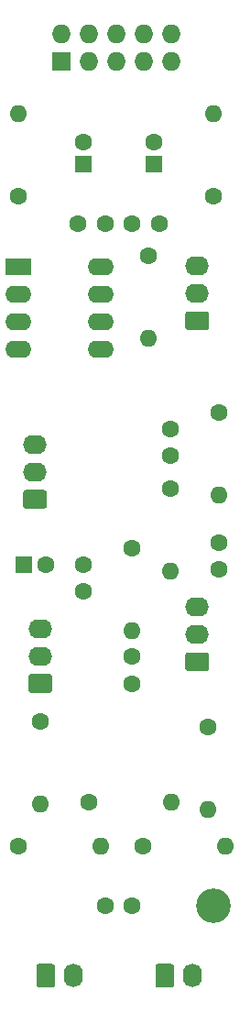
<source format=gbr>
%TF.GenerationSoftware,KiCad,Pcbnew,(5.1.8-0-10_14)*%
%TF.CreationDate,2021-07-20T21:01:28-04:00*%
%TF.ProjectId,fzeq,667a6571-2e6b-4696-9361-645f70636258,rev?*%
%TF.SameCoordinates,Original*%
%TF.FileFunction,Soldermask,Bot*%
%TF.FilePolarity,Negative*%
%FSLAX46Y46*%
G04 Gerber Fmt 4.6, Leading zero omitted, Abs format (unit mm)*
G04 Created by KiCad (PCBNEW (5.1.8-0-10_14)) date 2021-07-20 21:01:28*
%MOMM*%
%LPD*%
G01*
G04 APERTURE LIST*
%ADD10C,1.600000*%
%ADD11O,1.600000X1.600000*%
%ADD12R,1.600000X1.600000*%
%ADD13O,2.200000X1.740000*%
%ADD14C,3.200000*%
%ADD15R,1.727200X1.727200*%
%ADD16O,1.727200X1.727200*%
%ADD17O,1.740000X2.200000*%
%ADD18R,2.400000X1.600000*%
%ADD19O,2.400000X1.600000*%
G04 APERTURE END LIST*
D10*
%TO.C,FB2*%
X71500000Y-70000000D03*
D11*
X71500000Y-62380000D03*
%TD*%
D12*
%TO.C,C8*%
X54000000Y-104000000D03*
D10*
X56000000Y-104000000D03*
%TD*%
%TO.C,C1*%
X61500000Y-135500000D03*
X64000000Y-135500000D03*
%TD*%
%TO.C,C2*%
X59500000Y-65000000D03*
D12*
X59500000Y-67000000D03*
%TD*%
%TO.C,C3*%
X66000000Y-67000000D03*
D10*
X66000000Y-65000000D03*
%TD*%
%TO.C,C4*%
X72000000Y-104500000D03*
X72000000Y-102000000D03*
%TD*%
%TO.C,C5*%
X64000000Y-115000000D03*
X64000000Y-112500000D03*
%TD*%
%TO.C,C6*%
X59500000Y-104000000D03*
X59500000Y-106500000D03*
%TD*%
%TO.C,C7*%
X67500000Y-91500000D03*
X67500000Y-94000000D03*
%TD*%
%TO.C,C9*%
X59000000Y-72500000D03*
X61500000Y-72500000D03*
%TD*%
%TO.C,C10*%
X66500000Y-72500000D03*
X64000000Y-72500000D03*
%TD*%
D11*
%TO.C,FB1*%
X53500000Y-62380000D03*
D10*
X53500000Y-70000000D03*
%TD*%
D13*
%TO.C,Fuzz1*%
X55000000Y-92920000D03*
X55000000Y-95460000D03*
G36*
G01*
X55850001Y-98870000D02*
X54149999Y-98870000D01*
G75*
G02*
X53900000Y-98620001I0J249999D01*
G01*
X53900000Y-97379999D01*
G75*
G02*
X54149999Y-97130000I249999J0D01*
G01*
X55850001Y-97130000D01*
G75*
G02*
X56100000Y-97379999I0J-249999D01*
G01*
X56100000Y-98620001D01*
G75*
G02*
X55850001Y-98870000I-249999J0D01*
G01*
G37*
%TD*%
D14*
%TO.C,H2*%
X71500000Y-135500000D03*
%TD*%
D13*
%TO.C,High1*%
X70000000Y-107920000D03*
X70000000Y-110460000D03*
G36*
G01*
X70850001Y-113870000D02*
X69149999Y-113870000D01*
G75*
G02*
X68900000Y-113620001I0J249999D01*
G01*
X68900000Y-112379999D01*
G75*
G02*
X69149999Y-112130000I249999J0D01*
G01*
X70850001Y-112130000D01*
G75*
G02*
X71100000Y-112379999I0J-249999D01*
G01*
X71100000Y-113620001D01*
G75*
G02*
X70850001Y-113870000I-249999J0D01*
G01*
G37*
%TD*%
D15*
%TO.C,J1*%
X57410001Y-57534999D03*
D16*
X57410001Y-54994999D03*
X59950001Y-57534999D03*
X59950001Y-54994999D03*
X62490001Y-57534999D03*
X62490001Y-54994999D03*
X65030001Y-57534999D03*
X65030001Y-54994999D03*
X67570001Y-57534999D03*
X67570001Y-54994999D03*
%TD*%
%TO.C,J2*%
G36*
G01*
X66130000Y-142850001D02*
X66130000Y-141149999D01*
G75*
G02*
X66379999Y-140900000I249999J0D01*
G01*
X67620001Y-140900000D01*
G75*
G02*
X67870000Y-141149999I0J-249999D01*
G01*
X67870000Y-142850001D01*
G75*
G02*
X67620001Y-143100000I-249999J0D01*
G01*
X66379999Y-143100000D01*
G75*
G02*
X66130000Y-142850001I0J249999D01*
G01*
G37*
D17*
X69540000Y-142000000D03*
%TD*%
%TO.C,J3*%
X58540000Y-142000000D03*
G36*
G01*
X55130000Y-142850001D02*
X55130000Y-141149999D01*
G75*
G02*
X55379999Y-140900000I249999J0D01*
G01*
X56620001Y-140900000D01*
G75*
G02*
X56870000Y-141149999I0J-249999D01*
G01*
X56870000Y-142850001D01*
G75*
G02*
X56620001Y-143100000I-249999J0D01*
G01*
X55379999Y-143100000D01*
G75*
G02*
X55130000Y-142850001I0J249999D01*
G01*
G37*
%TD*%
%TO.C,Low1*%
G36*
G01*
X70850001Y-82370000D02*
X69149999Y-82370000D01*
G75*
G02*
X68900000Y-82120001I0J249999D01*
G01*
X68900000Y-80879999D01*
G75*
G02*
X69149999Y-80630000I249999J0D01*
G01*
X70850001Y-80630000D01*
G75*
G02*
X71100000Y-80879999I0J-249999D01*
G01*
X71100000Y-82120001D01*
G75*
G02*
X70850001Y-82370000I-249999J0D01*
G01*
G37*
D13*
X70000000Y-78960000D03*
X70000000Y-76420000D03*
%TD*%
%TO.C,Mid1*%
G36*
G01*
X56350001Y-115870000D02*
X54649999Y-115870000D01*
G75*
G02*
X54400000Y-115620001I0J249999D01*
G01*
X54400000Y-114379999D01*
G75*
G02*
X54649999Y-114130000I249999J0D01*
G01*
X56350001Y-114130000D01*
G75*
G02*
X56600000Y-114379999I0J-249999D01*
G01*
X56600000Y-115620001D01*
G75*
G02*
X56350001Y-115870000I-249999J0D01*
G01*
G37*
X55500000Y-112460000D03*
X55500000Y-109920000D03*
%TD*%
D10*
%TO.C,R1*%
X53500000Y-130000000D03*
D11*
X61120000Y-130000000D03*
%TD*%
%TO.C,R2*%
X72620000Y-130000000D03*
D10*
X65000000Y-130000000D03*
%TD*%
D11*
%TO.C,R3*%
X67620000Y-126000000D03*
D10*
X60000000Y-126000000D03*
%TD*%
%TO.C,R4*%
X65500000Y-75500000D03*
D11*
X65500000Y-83120000D03*
%TD*%
D10*
%TO.C,R5*%
X71000000Y-119000000D03*
D11*
X71000000Y-126620000D03*
%TD*%
%TO.C,R6*%
X55500000Y-126120000D03*
D10*
X55500000Y-118500000D03*
%TD*%
%TO.C,R7*%
X67500000Y-97000000D03*
D11*
X67500000Y-104620000D03*
%TD*%
%TO.C,R8*%
X72000000Y-97620000D03*
D10*
X72000000Y-90000000D03*
%TD*%
%TO.C,R9*%
X64000000Y-102500000D03*
D11*
X64000000Y-110120000D03*
%TD*%
D18*
%TO.C,U1*%
X53500000Y-76500000D03*
D19*
X61120000Y-84120000D03*
X53500000Y-79040000D03*
X61120000Y-81580000D03*
X53500000Y-81580000D03*
X61120000Y-79040000D03*
X53500000Y-84120000D03*
X61120000Y-76500000D03*
%TD*%
M02*

</source>
